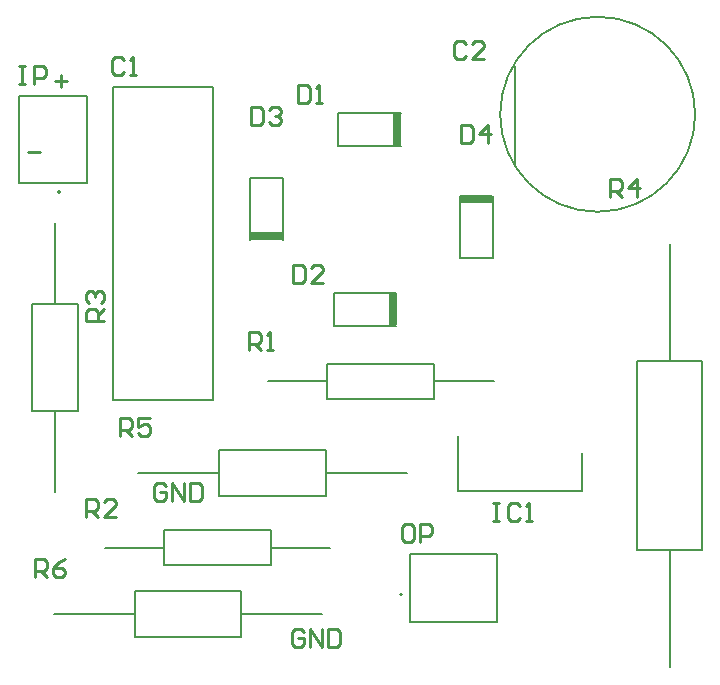
<source format=gto>
G04*
G04 #@! TF.GenerationSoftware,Altium Limited,Altium Designer,22.1.2 (22)*
G04*
G04 Layer_Color=65535*
%FSLAX23Y23*%
%MOIN*%
G70*
G04*
G04 #@! TF.SameCoordinates,0D25F84C-DA74-481A-8B86-6EB8D3C02F9D*
G04*
G04*
G04 #@! TF.FilePolarity,Positive*
G04*
G01*
G75*
%ADD10C,0.006*%
%ADD11C,0.008*%
%ADD12C,0.005*%
%ADD13C,0.010*%
%ADD14R,0.110X0.031*%
%ADD15R,0.031X0.110*%
D10*
X2315Y1945D02*
G03*
X2315Y1945I-325J0D01*
G01*
D11*
X199Y1686D02*
G03*
X199Y1686I-4J0D01*
G01*
X1339Y344D02*
G03*
X1339Y344I-4J0D01*
G01*
X1713Y1783D02*
Y2107D01*
X830Y1526D02*
Y1734D01*
X940Y1526D02*
Y1734D01*
X830D02*
X940D01*
X1444Y1055D02*
X1643D01*
X891D02*
X1089D01*
Y996D02*
Y1114D01*
Y996D02*
X1444D01*
Y1114D01*
X1089D02*
X1444D01*
X2230Y101D02*
Y492D01*
Y1122D02*
Y1513D01*
X2122Y1122D02*
X2338D01*
X2122Y492D02*
Y1122D01*
Y492D02*
X2338D01*
Y1122D01*
X180Y1311D02*
Y1581D01*
Y687D02*
Y957D01*
X103D02*
X257D01*
Y1311D01*
X103D02*
X257D01*
X103Y957D02*
Y1311D01*
X1125Y1840D02*
Y1950D01*
X1333D01*
X1125Y1840D02*
X1333D01*
X1523Y689D02*
Y874D01*
Y689D02*
X1937D01*
Y815D01*
X1111Y1240D02*
Y1350D01*
X1319D01*
X1111Y1240D02*
X1319D01*
X1530Y1466D02*
X1640D01*
X1530D02*
Y1674D01*
X1640Y1466D02*
Y1674D01*
X729Y827D02*
X1083D01*
Y673D02*
Y827D01*
X729Y673D02*
X1083D01*
X729D02*
Y827D01*
X459Y750D02*
X729D01*
X1083D02*
X1353D01*
X546Y559D02*
X901D01*
Y441D02*
Y559D01*
X546Y441D02*
X901D01*
X546D02*
Y559D01*
X347Y500D02*
X546D01*
X901D02*
X1099D01*
X447Y357D02*
X801D01*
Y203D02*
Y357D01*
X447Y203D02*
X801D01*
X447D02*
Y357D01*
X177Y280D02*
X447D01*
X801D02*
X1071D01*
D12*
X373Y993D02*
Y2037D01*
X707Y993D02*
Y2037D01*
X373D02*
X707D01*
X373Y993D02*
X707D01*
X61Y2006D02*
X288D01*
Y1715D02*
Y2006D01*
X61Y1715D02*
X288D01*
X61D02*
Y2006D01*
X1656Y252D02*
Y478D01*
X1364Y252D02*
X1656D01*
X1364D02*
Y478D01*
X1656D01*
D13*
X180Y2055D02*
X220D01*
X200Y2075D02*
Y2035D01*
X1010Y220D02*
X1000Y230D01*
X980D01*
X970Y220D01*
Y180D01*
X980Y170D01*
X1000D01*
X1010Y180D01*
Y200D01*
X990D01*
X1030Y170D02*
Y230D01*
X1070Y170D01*
Y230D01*
X1090D02*
Y170D01*
X1120D01*
X1130Y180D01*
Y220D01*
X1120Y230D01*
X1090D01*
X550Y705D02*
X540Y715D01*
X520D01*
X510Y705D01*
Y665D01*
X520Y655D01*
X540D01*
X550Y665D01*
Y685D01*
X530D01*
X570Y655D02*
Y715D01*
X610Y655D01*
Y715D01*
X630D02*
Y655D01*
X660D01*
X670Y665D01*
Y705D01*
X660Y715D01*
X630D01*
X90Y1820D02*
X130D01*
X116Y402D02*
Y462D01*
X146D01*
X156Y452D01*
Y432D01*
X146Y422D01*
X116D01*
X136D02*
X156Y402D01*
X216Y462D02*
X196Y452D01*
X176Y432D01*
Y412D01*
X186Y402D01*
X206D01*
X216Y412D01*
Y422D01*
X206Y432D01*
X176D01*
X397Y872D02*
Y932D01*
X427D01*
X437Y922D01*
Y902D01*
X427Y892D01*
X397D01*
X417D02*
X437Y872D01*
X497Y932D02*
X457D01*
Y902D01*
X477Y912D01*
X487D01*
X497Y902D01*
Y882D01*
X487Y872D01*
X467D01*
X457Y882D01*
X2030Y1670D02*
Y1730D01*
X2060D01*
X2070Y1720D01*
Y1700D01*
X2060Y1690D01*
X2030D01*
X2050D02*
X2070Y1670D01*
X2120D02*
Y1730D01*
X2090Y1700D01*
X2130D01*
X345Y1255D02*
X285D01*
Y1285D01*
X295Y1295D01*
X315D01*
X325Y1285D01*
Y1255D01*
Y1275D02*
X345Y1295D01*
X295Y1315D02*
X285Y1325D01*
Y1345D01*
X295Y1355D01*
X305D01*
X315Y1345D01*
Y1335D01*
Y1345D01*
X325Y1355D01*
X335D01*
X345Y1345D01*
Y1325D01*
X335Y1315D01*
X286Y604D02*
Y664D01*
X316D01*
X326Y654D01*
Y634D01*
X316Y624D01*
X286D01*
X306D02*
X326Y604D01*
X386D02*
X346D01*
X386Y644D01*
Y654D01*
X376Y664D01*
X356D01*
X346Y654D01*
X829Y1159D02*
Y1219D01*
X859D01*
X869Y1209D01*
Y1189D01*
X859Y1179D01*
X829D01*
X849D02*
X869Y1159D01*
X889D02*
X909D01*
X899D01*
Y1219D01*
X889Y1209D01*
X1367Y579D02*
X1347D01*
X1337Y569D01*
Y529D01*
X1347Y519D01*
X1367D01*
X1377Y529D01*
Y569D01*
X1367Y579D01*
X1397Y519D02*
Y579D01*
X1427D01*
X1437Y569D01*
Y549D01*
X1427Y539D01*
X1397D01*
X60Y2107D02*
X80D01*
X70D01*
Y2047D01*
X60D01*
X80D01*
X110D02*
Y2107D01*
X140D01*
X150Y2097D01*
Y2077D01*
X140Y2067D01*
X110D01*
X1640Y650D02*
X1660D01*
X1650D01*
Y590D01*
X1640D01*
X1660D01*
X1730Y640D02*
X1720Y650D01*
X1700D01*
X1690Y640D01*
Y600D01*
X1700Y590D01*
X1720D01*
X1730Y600D01*
X1750Y590D02*
X1770D01*
X1760D01*
Y650D01*
X1750Y640D01*
X1536Y1909D02*
Y1849D01*
X1566D01*
X1576Y1859D01*
Y1899D01*
X1566Y1909D01*
X1536D01*
X1626Y1849D02*
Y1909D01*
X1596Y1879D01*
X1636D01*
X836Y1969D02*
Y1909D01*
X866D01*
X876Y1919D01*
Y1959D01*
X866Y1969D01*
X836D01*
X896Y1959D02*
X906Y1969D01*
X926D01*
X936Y1959D01*
Y1949D01*
X926Y1939D01*
X916D01*
X926D01*
X936Y1929D01*
Y1919D01*
X926Y1909D01*
X906D01*
X896Y1919D01*
X976Y1444D02*
Y1384D01*
X1006D01*
X1016Y1394D01*
Y1434D01*
X1006Y1444D01*
X976D01*
X1076Y1384D02*
X1036D01*
X1076Y1424D01*
Y1434D01*
X1066Y1444D01*
X1046D01*
X1036Y1434D01*
X990Y2044D02*
Y1984D01*
X1020D01*
X1030Y1994D01*
Y2034D01*
X1020Y2044D01*
X990D01*
X1050Y1984D02*
X1070D01*
X1060D01*
Y2044D01*
X1050Y2034D01*
X1550Y2180D02*
X1540Y2190D01*
X1520D01*
X1510Y2180D01*
Y2140D01*
X1520Y2130D01*
X1540D01*
X1550Y2140D01*
X1610Y2130D02*
X1570D01*
X1610Y2170D01*
Y2180D01*
X1600Y2190D01*
X1580D01*
X1570Y2180D01*
X412Y2127D02*
X402Y2137D01*
X382D01*
X372Y2127D01*
Y2087D01*
X382Y2077D01*
X402D01*
X412Y2087D01*
X432Y2077D02*
X452D01*
X442D01*
Y2137D01*
X432Y2127D01*
D14*
X885Y1538D02*
D03*
X1585Y1663D02*
D03*
D15*
X1322Y1895D02*
D03*
X1308Y1295D02*
D03*
M02*

</source>
